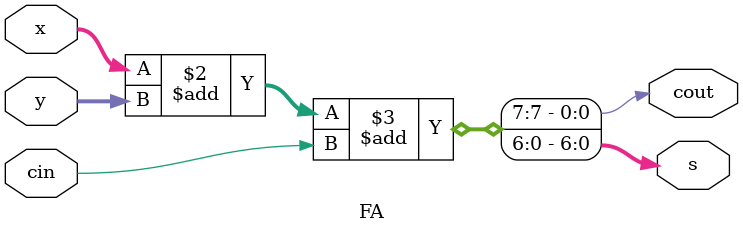
<source format=v>
`timescale 1ns / 1ps
module FA(
            input [3:0]x,
				input [6:0]y,
				input cin,
				output reg [6:0]s,
				output reg cout
    );
	 
	 always @(x, y,  cin)begin
	                       {cout, s}= x+y+cin;
	                     end


endmodule

</source>
